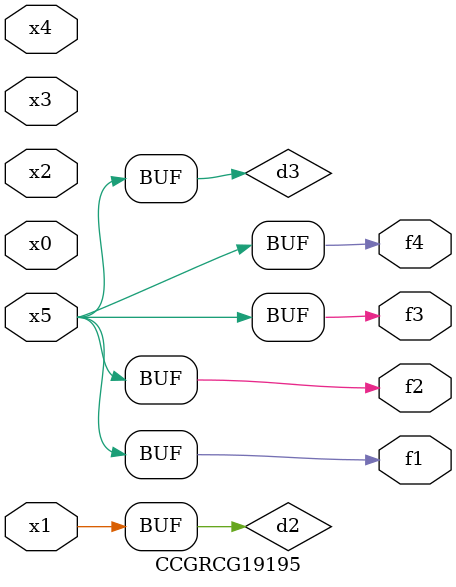
<source format=v>
module CCGRCG19195(
	input x0, x1, x2, x3, x4, x5,
	output f1, f2, f3, f4
);

	wire d1, d2, d3;

	not (d1, x5);
	or (d2, x1);
	xnor (d3, d1);
	assign f1 = d3;
	assign f2 = d3;
	assign f3 = d3;
	assign f4 = d3;
endmodule

</source>
